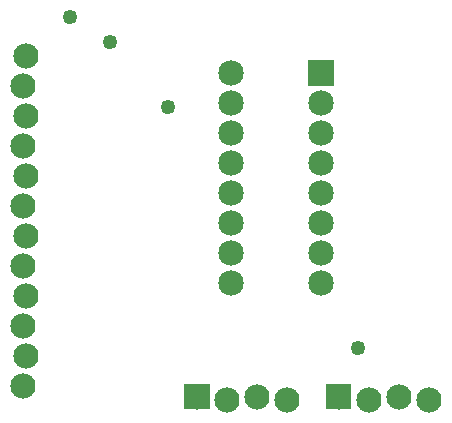
<source format=gts>
G04 MADE WITH FRITZING*
G04 WWW.FRITZING.ORG*
G04 DOUBLE SIDED*
G04 HOLES PLATED*
G04 CONTOUR ON CENTER OF CONTOUR VECTOR*
%ASAXBY*%
%FSLAX23Y23*%
%MOIN*%
%OFA0B0*%
%SFA1.0B1.0*%
%ADD10C,0.085000*%
%ADD11C,0.049370*%
%ADD12C,0.084000*%
%ADD13R,0.085000X0.085000*%
%ADD14R,0.001000X0.001000*%
%LNMASK1*%
G90*
G70*
G54D10*
X1104Y1219D03*
X804Y1219D03*
X1104Y1119D03*
X804Y1119D03*
X1104Y1019D03*
X804Y1019D03*
X1104Y919D03*
X804Y919D03*
X1104Y819D03*
X804Y819D03*
X1104Y719D03*
X804Y719D03*
X1104Y619D03*
X804Y619D03*
X1104Y519D03*
X804Y519D03*
X1104Y1219D03*
X804Y1219D03*
X1104Y1119D03*
X804Y1119D03*
X1104Y1019D03*
X804Y1019D03*
X1104Y919D03*
X804Y919D03*
X1104Y819D03*
X804Y819D03*
X1104Y719D03*
X804Y719D03*
X1104Y619D03*
X804Y619D03*
X1104Y519D03*
X804Y519D03*
G54D11*
X402Y1322D03*
X270Y1406D03*
X1230Y302D03*
X594Y1106D03*
G54D12*
X121Y1276D03*
X113Y1176D03*
X121Y1076D03*
X113Y976D03*
X121Y876D03*
X113Y776D03*
X121Y676D03*
X113Y576D03*
X121Y476D03*
X113Y376D03*
X121Y276D03*
X113Y176D03*
X121Y1276D03*
X113Y1176D03*
X121Y1076D03*
X113Y976D03*
X121Y876D03*
X113Y776D03*
X121Y676D03*
X113Y576D03*
X121Y476D03*
X113Y376D03*
X121Y276D03*
X113Y176D03*
X692Y139D03*
X792Y129D03*
X892Y139D03*
X992Y129D03*
X692Y139D03*
X792Y129D03*
X892Y139D03*
X992Y129D03*
X1164Y138D03*
X1264Y128D03*
X1364Y138D03*
X1464Y128D03*
X1164Y138D03*
X1264Y128D03*
X1364Y138D03*
X1464Y128D03*
G54D13*
X1104Y1219D03*
X1104Y1219D03*
G54D14*
X650Y182D02*
X733Y182D01*
X650Y181D02*
X733Y181D01*
X1122Y181D02*
X1204Y181D01*
X650Y180D02*
X733Y180D01*
X1121Y180D02*
X1204Y180D01*
X650Y179D02*
X733Y179D01*
X1121Y179D02*
X1204Y179D01*
X650Y178D02*
X733Y178D01*
X1121Y178D02*
X1204Y178D01*
X650Y177D02*
X733Y177D01*
X1121Y177D02*
X1204Y177D01*
X650Y176D02*
X733Y176D01*
X1121Y176D02*
X1204Y176D01*
X650Y175D02*
X733Y175D01*
X1121Y175D02*
X1204Y175D01*
X650Y174D02*
X733Y174D01*
X1121Y174D02*
X1204Y174D01*
X650Y173D02*
X733Y173D01*
X1121Y173D02*
X1204Y173D01*
X650Y172D02*
X733Y172D01*
X1121Y172D02*
X1204Y172D01*
X650Y171D02*
X733Y171D01*
X1121Y171D02*
X1204Y171D01*
X650Y170D02*
X733Y170D01*
X1121Y170D02*
X1204Y170D01*
X650Y169D02*
X733Y169D01*
X1121Y169D02*
X1204Y169D01*
X650Y168D02*
X733Y168D01*
X1121Y168D02*
X1204Y168D01*
X650Y167D02*
X733Y167D01*
X1121Y167D02*
X1204Y167D01*
X650Y166D02*
X733Y166D01*
X1121Y166D02*
X1204Y166D01*
X650Y165D02*
X733Y165D01*
X1121Y165D02*
X1204Y165D01*
X650Y164D02*
X733Y164D01*
X1121Y164D02*
X1204Y164D01*
X650Y163D02*
X733Y163D01*
X1121Y163D02*
X1204Y163D01*
X650Y162D02*
X733Y162D01*
X1121Y162D02*
X1204Y162D01*
X650Y161D02*
X733Y161D01*
X1121Y161D02*
X1204Y161D01*
X650Y160D02*
X733Y160D01*
X1121Y160D02*
X1204Y160D01*
X650Y159D02*
X733Y159D01*
X1121Y159D02*
X1204Y159D01*
X650Y158D02*
X733Y158D01*
X1121Y158D02*
X1204Y158D01*
X650Y157D02*
X733Y157D01*
X1121Y157D02*
X1204Y157D01*
X650Y156D02*
X733Y156D01*
X1121Y156D02*
X1204Y156D01*
X650Y155D02*
X687Y155D01*
X695Y155D02*
X733Y155D01*
X1121Y155D02*
X1204Y155D01*
X650Y154D02*
X684Y154D01*
X698Y154D02*
X733Y154D01*
X1121Y154D02*
X1160Y154D01*
X1165Y154D02*
X1204Y154D01*
X650Y153D02*
X682Y153D01*
X700Y153D02*
X733Y153D01*
X1121Y153D02*
X1156Y153D01*
X1169Y153D02*
X1204Y153D01*
X650Y152D02*
X681Y152D01*
X701Y152D02*
X733Y152D01*
X1121Y152D02*
X1155Y152D01*
X1171Y152D02*
X1204Y152D01*
X650Y151D02*
X680Y151D01*
X702Y151D02*
X733Y151D01*
X1121Y151D02*
X1153Y151D01*
X1172Y151D02*
X1204Y151D01*
X650Y150D02*
X679Y150D01*
X703Y150D02*
X733Y150D01*
X1121Y150D02*
X1152Y150D01*
X1174Y150D02*
X1204Y150D01*
X650Y149D02*
X678Y149D01*
X704Y149D02*
X733Y149D01*
X1121Y149D02*
X1151Y149D01*
X1175Y149D02*
X1204Y149D01*
X650Y148D02*
X678Y148D01*
X705Y148D02*
X733Y148D01*
X1121Y148D02*
X1150Y148D01*
X1175Y148D02*
X1204Y148D01*
X650Y147D02*
X677Y147D01*
X705Y147D02*
X733Y147D01*
X1121Y147D02*
X1150Y147D01*
X1176Y147D02*
X1204Y147D01*
X650Y146D02*
X677Y146D01*
X706Y146D02*
X733Y146D01*
X1121Y146D02*
X1149Y146D01*
X1177Y146D02*
X1204Y146D01*
X650Y145D02*
X676Y145D01*
X706Y145D02*
X733Y145D01*
X1121Y145D02*
X1148Y145D01*
X1177Y145D02*
X1204Y145D01*
X650Y144D02*
X676Y144D01*
X706Y144D02*
X733Y144D01*
X1121Y144D02*
X1148Y144D01*
X1178Y144D02*
X1204Y144D01*
X650Y143D02*
X676Y143D01*
X706Y143D02*
X733Y143D01*
X1121Y143D02*
X1148Y143D01*
X1178Y143D02*
X1204Y143D01*
X650Y142D02*
X676Y142D01*
X706Y142D02*
X733Y142D01*
X1121Y142D02*
X1148Y142D01*
X1178Y142D02*
X1204Y142D01*
X650Y141D02*
X676Y141D01*
X707Y141D02*
X733Y141D01*
X1121Y141D02*
X1147Y141D01*
X1178Y141D02*
X1204Y141D01*
X650Y140D02*
X676Y140D01*
X707Y140D02*
X733Y140D01*
X1121Y140D02*
X1147Y140D01*
X1178Y140D02*
X1204Y140D01*
X650Y139D02*
X676Y139D01*
X706Y139D02*
X733Y139D01*
X1121Y139D02*
X1147Y139D01*
X1178Y139D02*
X1204Y139D01*
X650Y138D02*
X676Y138D01*
X706Y138D02*
X733Y138D01*
X1121Y138D02*
X1147Y138D01*
X1178Y138D02*
X1204Y138D01*
X650Y137D02*
X676Y137D01*
X706Y137D02*
X733Y137D01*
X1121Y137D02*
X1148Y137D01*
X1178Y137D02*
X1204Y137D01*
X650Y136D02*
X676Y136D01*
X706Y136D02*
X733Y136D01*
X1121Y136D02*
X1148Y136D01*
X1178Y136D02*
X1204Y136D01*
X650Y135D02*
X677Y135D01*
X706Y135D02*
X733Y135D01*
X1121Y135D02*
X1148Y135D01*
X1178Y135D02*
X1204Y135D01*
X650Y134D02*
X677Y134D01*
X705Y134D02*
X733Y134D01*
X1121Y134D02*
X1148Y134D01*
X1177Y134D02*
X1204Y134D01*
X650Y133D02*
X678Y133D01*
X705Y133D02*
X733Y133D01*
X1121Y133D02*
X1149Y133D01*
X1177Y133D02*
X1204Y133D01*
X650Y132D02*
X678Y132D01*
X704Y132D02*
X733Y132D01*
X1121Y132D02*
X1149Y132D01*
X1177Y132D02*
X1204Y132D01*
X650Y131D02*
X679Y131D01*
X703Y131D02*
X733Y131D01*
X1121Y131D02*
X1150Y131D01*
X1176Y131D02*
X1204Y131D01*
X650Y130D02*
X680Y130D01*
X702Y130D02*
X733Y130D01*
X1121Y130D02*
X1150Y130D01*
X1175Y130D02*
X1204Y130D01*
X650Y129D02*
X681Y129D01*
X701Y129D02*
X733Y129D01*
X1121Y129D02*
X1151Y129D01*
X1174Y129D02*
X1204Y129D01*
X650Y128D02*
X682Y128D01*
X700Y128D02*
X733Y128D01*
X1121Y128D02*
X1152Y128D01*
X1173Y128D02*
X1204Y128D01*
X650Y127D02*
X684Y127D01*
X698Y127D02*
X733Y127D01*
X1121Y127D02*
X1154Y127D01*
X1172Y127D02*
X1204Y127D01*
X650Y126D02*
X686Y126D01*
X696Y126D02*
X733Y126D01*
X1121Y126D02*
X1155Y126D01*
X1171Y126D02*
X1204Y126D01*
X650Y125D02*
X733Y125D01*
X1121Y125D02*
X1157Y125D01*
X1168Y125D02*
X1204Y125D01*
X650Y124D02*
X733Y124D01*
X1121Y124D02*
X1204Y124D01*
X650Y123D02*
X733Y123D01*
X1121Y123D02*
X1204Y123D01*
X650Y122D02*
X733Y122D01*
X1121Y122D02*
X1204Y122D01*
X650Y121D02*
X733Y121D01*
X1121Y121D02*
X1204Y121D01*
X650Y120D02*
X733Y120D01*
X1121Y120D02*
X1204Y120D01*
X650Y119D02*
X733Y119D01*
X1121Y119D02*
X1204Y119D01*
X650Y118D02*
X733Y118D01*
X1121Y118D02*
X1204Y118D01*
X650Y117D02*
X733Y117D01*
X1121Y117D02*
X1204Y117D01*
X650Y116D02*
X733Y116D01*
X1121Y116D02*
X1204Y116D01*
X650Y115D02*
X733Y115D01*
X1121Y115D02*
X1204Y115D01*
X650Y114D02*
X733Y114D01*
X1121Y114D02*
X1204Y114D01*
X650Y113D02*
X733Y113D01*
X1121Y113D02*
X1204Y113D01*
X650Y112D02*
X733Y112D01*
X1121Y112D02*
X1204Y112D01*
X650Y111D02*
X733Y111D01*
X1121Y111D02*
X1204Y111D01*
X650Y110D02*
X733Y110D01*
X1121Y110D02*
X1204Y110D01*
X650Y109D02*
X733Y109D01*
X1121Y109D02*
X1204Y109D01*
X650Y108D02*
X733Y108D01*
X1121Y108D02*
X1204Y108D01*
X650Y107D02*
X733Y107D01*
X1121Y107D02*
X1204Y107D01*
X650Y106D02*
X733Y106D01*
X1121Y106D02*
X1204Y106D01*
X650Y105D02*
X733Y105D01*
X1121Y105D02*
X1204Y105D01*
X650Y104D02*
X733Y104D01*
X1121Y104D02*
X1204Y104D01*
X650Y103D02*
X733Y103D01*
X1121Y103D02*
X1204Y103D01*
X650Y102D02*
X733Y102D01*
X1121Y102D02*
X1204Y102D01*
X650Y101D02*
X733Y101D01*
X1121Y101D02*
X1204Y101D01*
X650Y100D02*
X733Y100D01*
X1121Y100D02*
X1204Y100D01*
X650Y99D02*
X733Y99D01*
X1121Y99D02*
X1204Y99D01*
X1121Y98D02*
X1204Y98D01*
D02*
G04 End of Mask1*
M02*
</source>
